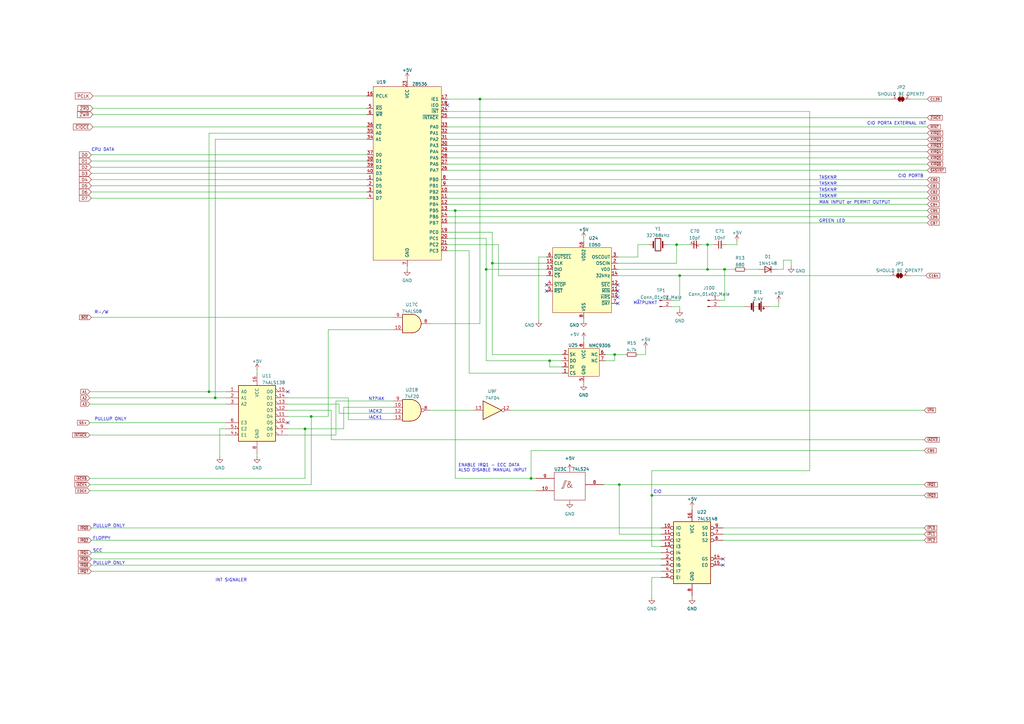
<source format=kicad_sch>
(kicad_sch (version 20211123) (generator eeschema)
  (paper "A3")
  (lib_symbols
    (symbol "74xx:74LS04"
      (property "Reference" "U" (at 0 1.27 0))
      (property "Value" "74LS04" (at 0 -1.27 0))
      (symbol "74LS04_1_0"
        (pin input line (at -7.62 0 0) (length 3.81) (name "~") (number "1"))
        (pin output inverted (at 7.62 0 180) (length 3.81) (name "~") (number "2"))
      )
      (symbol "74LS04_2_0"
        (pin input line (at -7.62 0 0) (length 3.81) (name "~") (number "3"))
        (pin output inverted (at 7.62 0 180) (length 3.81) (name "~") (number "4"))
      )
      (symbol "74LS04_3_0"
        (pin input line (at -7.62 0 0) (length 3.81) (name "~") (number "5"))
        (pin output inverted (at 7.62 0 180) (length 3.81) (name "~") (number "6"))
      )
      (symbol "74LS04_4_0"
        (pin output inverted (at 7.62 0 180) (length 3.81) (name "~") (number "8"))
        (pin input line (at -7.62 0 0) (length 3.81) (name "~") (number "9"))
      )
      (symbol "74LS04_5_0"
        (pin output inverted (at 7.62 0 180) (length 3.81) (name "~") (number "10"))
        (pin input line (at -7.62 0 0) (length 3.81) (name "~") (number "11"))
      )
      (symbol "74LS04_6_0"
        (pin output inverted (at 7.62 0 180) (length 3.81) (name "~") (number "12"))
        (pin input line (at -7.62 0 0) (length 3.81) (name "~") (number "13"))
      )
      (symbol "74LS04_7_0"
        (pin power_in line (at 0 12.7 270) (length 5.08) (name "VCC") (number "14"))
        (pin power_in line (at 0 -12.7 90) (length 5.08) (name "GND") (number "7"))
      )
    )
    (symbol "74xx:74LS08" (pin_names (offset 1.016))
      (property "Reference" "U" (at 0 1.27 0))
      (property "Value" "74LS08" (at 0 -1.27 0))
      (symbol "74LS08_1_1"
        (pin input line (at -7.62 2.54 0) (length 3.81) (name "~") (number "1"))
        (pin input line (at -7.62 -2.54 0) (length 3.81) (name "~") (number "2"))
        (pin output line (at 7.62 0 180) (length 3.81) (name "~") (number "3"))
      )
      (symbol "74LS08_1_2"
        (pin input inverted (at -7.62 2.54 0) (length 4.318) (name "~") (number "1"))
        (pin input inverted (at -7.62 -2.54 0) (length 4.318) (name "~") (number "2"))
        (pin output inverted (at 7.62 0 180) (length 3.81) (name "~") (number "3"))
      )
      (symbol "74LS08_2_1"
        (pin input line (at -7.62 2.54 0) (length 3.81) (name "~") (number "4"))
        (pin input line (at -7.62 -2.54 0) (length 3.81) (name "~") (number "5"))
        (pin output line (at 7.62 0 180) (length 3.81) (name "~") (number "6"))
      )
      (symbol "74LS08_2_2"
        (pin input inverted (at -7.62 2.54 0) (length 4.318) (name "~") (number "4"))
        (pin input inverted (at -7.62 -2.54 0) (length 4.318) (name "~") (number "5"))
        (pin output inverted (at 7.62 0 180) (length 3.81) (name "~") (number "6"))
      )
      (symbol "74LS08_3_1"
        (pin input line (at -7.62 -2.54 0) (length 3.81) (name "~") (number "10"))
        (pin output line (at 7.62 0 180) (length 3.81) (name "~") (number "8"))
        (pin input line (at -7.62 2.54 0) (length 3.81) (name "~") (number "9"))
      )
      (symbol "74LS08_3_2"
        (pin input inverted (at -7.62 -2.54 0) (length 4.318) (name "~") (number "10"))
        (pin output inverted (at 7.62 0 180) (length 3.81) (name "~") (number "8"))
        (pin input inverted (at -7.62 2.54 0) (length 4.318) (name "~") (number "9"))
      )
      (symbol "74LS08_4_1"
        (pin output line (at 7.62 0 180) (length 3.81) (name "~") (number "11"))
        (pin input line (at -7.62 2.54 0) (length 3.81) (name "~") (number "12"))
        (pin input line (at -7.62 -2.54 0) (length 3.81) (name "~") (number "13"))
      )
      (symbol "74LS08_4_2"
        (pin output inverted (at 7.62 0 180) (length 3.81) (name "~") (number "11"))
        (pin input inverted (at -7.62 2.54 0) (length 4.318) (name "~") (number "12"))
        (pin input inverted (at -7.62 -2.54 0) (length 4.318) (name "~") (number "13"))
      )
      (symbol "74LS08_5_0"
        (pin power_in line (at 0 12.7 270) (length 5.08) (name "VCC") (number "14"))
        (pin power_in line (at 0 -12.7 90) (length 5.08) (name "GND") (number "7"))
      )
    )
    (symbol "74xx:74LS138" (pin_names (offset 1.016))
      (property "Reference" "U" (at -7.62 11.43 0))
      (property "Value" "74LS138" (at -7.62 -13.97 0))
      (symbol "74LS138_1_0"
        (pin input line (at -12.7 7.62 0) (length 5.08) (name "A0") (number "1"))
        (pin output output_low (at 12.7 -5.08 180) (length 5.08) (name "O5") (number "10"))
        (pin output output_low (at 12.7 -2.54 180) (length 5.08) (name "O4") (number "11"))
        (pin output output_low (at 12.7 0 180) (length 5.08) (name "O3") (number "12"))
        (pin output output_low (at 12.7 2.54 180) (length 5.08) (name "O2") (number "13"))
        (pin output output_low (at 12.7 5.08 180) (length 5.08) (name "O1") (number "14"))
        (pin output output_low (at 12.7 7.62 180) (length 5.08) (name "O0") (number "15"))
        (pin power_in line (at 0 15.24 270) (length 5.08) (name "VCC") (number "16"))
        (pin input line (at -12.7 5.08 0) (length 5.08) (name "A1") (number "2"))
        (pin input line (at -12.7 2.54 0) (length 5.08) (name "A2") (number "3"))
        (pin input input_low (at -12.7 -10.16 0) (length 5.08) (name "E1") (number "4"))
        (pin input input_low (at -12.7 -7.62 0) (length 5.08) (name "E2") (number "5"))
        (pin input line (at -12.7 -5.08 0) (length 5.08) (name "E3") (number "6"))
        (pin output output_low (at 12.7 -10.16 180) (length 5.08) (name "O7") (number "7"))
        (pin power_in line (at 0 -17.78 90) (length 5.08) (name "GND") (number "8"))
        (pin output output_low (at 12.7 -7.62 180) (length 5.08) (name "O6") (number "9"))
      )
    )
    (symbol "74xx:74LS148" (pin_names (offset 1.016))
      (property "Reference" "U" (at -7.62 13.97 0))
      (property "Value" "74LS148" (at -7.62 -13.97 0))
      (symbol "74LS148_1_0"
        (pin input inverted (at -12.7 0 0) (length 5.08) (name "I4") (number "1"))
        (pin input inverted (at -12.7 10.16 0) (length 5.08) (name "IO") (number "10"))
        (pin input inverted (at -12.7 7.62 0) (length 5.08) (name "I1") (number "11"))
        (pin input inverted (at -12.7 5.08 0) (length 5.08) (name "I2") (number "12"))
        (pin input inverted (at -12.7 2.54 0) (length 5.08) (name "I3") (number "13"))
        (pin output inverted (at 12.7 -2.54 180) (length 5.08) (name "GS") (number "14"))
        (pin output inverted (at 12.7 -5.08 180) (length 5.08) (name "EO") (number "15"))
        (pin power_in line (at 0 17.78 270) (length 5.08) (name "VCC") (number "16"))
        (pin input inverted (at -12.7 -2.54 0) (length 5.08) (name "I5") (number "2"))
        (pin input inverted (at -12.7 -5.08 0) (length 5.08) (name "I6") (number "3"))
        (pin input inverted (at -12.7 -7.62 0) (length 5.08) (name "I7") (number "4"))
        (pin input inverted (at -12.7 -10.16 0) (length 5.08) (name "EI") (number "5"))
        (pin output inverted (at 12.7 5.08 180) (length 5.08) (name "S2") (number "6"))
        (pin output inverted (at 12.7 7.62 180) (length 5.08) (name "S1") (number "7"))
        (pin power_in line (at 0 -17.78 90) (length 5.08) (name "GND") (number "8"))
        (pin output inverted (at 12.7 10.16 180) (length 5.08) (name "S0") (number "9"))
      )
    )
    (symbol "74xx:74LS20" (pin_names (offset 1.016))
      (property "Reference" "U" (at 0 1.27 0))
      (property "Value" "74LS20" (at 0 -1.27 0))
      (symbol "74LS20_1_1"
        (pin input line (at -7.62 3.81 0) (length 3.81) (name "~") (number "1"))
        (pin input line (at -7.62 1.27 0) (length 3.81) (name "~") (number "2"))
        (pin input line (at -7.62 -1.27 0) (length 3.81) (name "~") (number "4"))
        (pin input line (at -7.62 -3.81 0) (length 3.81) (name "~") (number "5"))
        (pin output inverted (at 7.62 0 180) (length 3.81) (name "~") (number "6"))
      )
      (symbol "74LS20_1_2"
        (pin input inverted (at -7.62 3.81 0) (length 3.81) (name "~") (number "1"))
        (pin input inverted (at -7.62 1.27 0) (length 4.826) (name "~") (number "2"))
        (pin input inverted (at -7.62 -1.27 0) (length 4.826) (name "~") (number "4"))
        (pin input inverted (at -7.62 -3.81 0) (length 3.81) (name "~") (number "5"))
        (pin output line (at 7.62 0 180) (length 3.81) (name "~") (number "6"))
      )
      (symbol "74LS20_2_1"
        (pin input line (at -7.62 1.27 0) (length 3.81) (name "~") (number "10"))
        (pin input line (at -7.62 -1.27 0) (length 3.81) (name "~") (number "12"))
        (pin input line (at -7.62 -3.81 0) (length 3.81) (name "~") (number "13"))
        (pin output inverted (at 7.62 0 180) (length 3.81) (name "~") (number "8"))
        (pin input line (at -7.62 3.81 0) (length 3.81) (name "~") (number "9"))
      )
      (symbol "74LS20_2_2"
        (pin input inverted (at -7.62 1.27 0) (length 4.826) (name "~") (number "10"))
        (pin input inverted (at -7.62 -1.27 0) (length 4.826) (name "~") (number "12"))
        (pin input inverted (at -7.62 -3.81 0) (length 3.81) (name "~") (number "13"))
        (pin output line (at 7.62 0 180) (length 3.81) (name "~") (number "8"))
        (pin input inverted (at -7.62 3.81 0) (length 3.81) (name "~") (number "9"))
      )
      (symbol "74LS20_3_0"
        (pin power_in line (at 0 12.7 270) (length 5.08) (name "VCC") (number "14"))
        (pin power_in line (at 0 -12.7 90) (length 5.08) (name "GND") (number "7"))
      )
    )
    (symbol "74xx_IEEE:74LS24" (pin_names (offset 0.762))
      (property "Reference" "U" (at 2.54 6.35 0))
      (property "Value" "74LS24" (at 5.08 -8.89 0))
      (symbol "74LS24_0_1"
        (text "&" (at 0 0 0) (effects (font (size 2.54 2.54))))
        (pin power_in line (at 0 5.08 270) (length 0) hide (name "Vcc") (number "14"))
        (pin power_in line (at 0 -6.35 90) (length 0) hide (name "Gnd") (number "7"))
      )
      (symbol "74LS24_1_1"
        (pin input line (at -13.97 2.54 0) (length 7.62) (name "~") (number "1"))
        (pin input line (at -13.97 -2.54 0) (length 7.62) (name "~") (number "2"))
        (pin output line (at 13.97 0 180) (length 7.62) (name "~") (number "3"))
      )
      (symbol "74LS24_2_1"
        (pin input line (at -13.97 2.54 0) (length 7.62) (name "~") (number "4"))
        (pin input line (at -13.97 -2.54 0) (length 7.62) (name "~") (number "5"))
        (pin output line (at 13.97 0 180) (length 7.62) (name "~") (number "6"))
      )
      (symbol "74LS24_3_1"
        (pin input line (at -13.97 -2.54 0) (length 7.62) (name "~") (number "10"))
        (pin output line (at 13.97 0 180) (length 7.62) (name "~") (number "8"))
        (pin input line (at -13.97 2.54 0) (length 7.62) (name "~") (number "9"))
      )
      (symbol "74LS24_4_1"
        (pin output line (at 13.97 0 180) (length 7.62) (name "~") (number "11"))
        (pin input line (at -13.97 2.54 0) (length 7.62) (name "~") (number "12"))
        (pin input line (at -13.97 -2.54 0) (length 7.62) (name "~") (number "13"))
      )
    )
    (symbol "Connector:Conn_01x02_Male" (pin_names (offset 1.016) hide)
      (property "Reference" "J" (at 0 2.54 0))
      (property "Value" "Conn_01x02_Male" (at 0 -5.08 0))
      (symbol "Conn_01x02_Male_1_1"
        (pin passive line (at 5.08 0 180) (length 3.81) (name "Pin_1") (number "1"))
        (pin passive line (at 5.08 -2.54 180) (length 3.81) (name "Pin_2") (number "2"))
      )
    )
    (symbol "Device:Battery" (pin_numbers hide) (pin_names (offset 0) hide)
      (property "Reference" "BT" (at 2.54 2.54 0))
      (property "Value" "Battery" (at 2.54 0 0))
      (symbol "Battery_1_1"
        (pin passive line (at 0 5.08 270) (length 2.54) (name "+") (number "1"))
        (pin passive line (at 0 -5.08 90) (length 2.54) (name "-") (number "2"))
      )
    )
    (symbol "Device:C_Small" (pin_numbers hide) (pin_names (offset 0.254) hide)
      (property "Reference" "C" (at 0.254 1.778 0))
      (property "Value" "C_Small" (at 0.254 -2.032 0))
      (symbol "C_Small_1_1"
        (pin passive line (at 0 2.54 270) (length 2.032) (name "~") (number "1"))
        (pin passive line (at 0 -2.54 90) (length 2.032) (name "~") (number "2"))
      )
    )
    (symbol "Device:C_Trim_Small" (pin_numbers hide) (pin_names (offset 0.254) hide)
      (property "Reference" "C" (at 1.524 -2.032 0))
      (property "Value" "C_Trim_Small" (at 3.048 -3.556 0))
      (symbol "C_Trim_Small_1_1"
        (pin passive line (at 0 2.54 270) (length 2.032) (name "~") (number "1"))
        (pin passive line (at 0 -2.54 90) (length 2.032) (name "~") (number "2"))
      )
    )
    (symbol "Device:Crystal" (pin_numbers hide) (pin_names (offset 1.016) hide)
      (property "Reference" "Y" (at 0 3.81 0))
      (property "Value" "Crystal" (at 0 -3.81 0))
      (symbol "Crystal_1_1"
        (pin passive line (at -3.81 0 0) (length 1.27) (name "1") (number "1"))
        (pin passive line (at 3.81 0 180) (length 1.27) (name "2") (number "2"))
      )
    )
    (symbol "Device:D" (pin_numbers hide) (pin_names (offset 1.016) hide)
      (property "Reference" "D" (at 0 2.54 0))
      (property "Value" "D" (at 0 -2.54 0))
      (symbol "D_1_1"
        (pin passive line (at -3.81 0 0) (length 2.54) (name "K") (number "1"))
        (pin passive line (at 3.81 0 180) (length 2.54) (name "A") (number "2"))
      )
    )
    (symbol "Device:R_Small" (pin_numbers hide) (pin_names (offset 0.254) hide)
      (property "Reference" "R" (at 0.762 0.508 0))
      (property "Value" "R_Small" (at 0.762 -1.016 0))
      (symbol "R_Small_1_1"
        (pin passive line (at 0 2.54 270) (length 0.762) (name "~") (number "1"))
        (pin passive line (at 0 -2.54 90) (length 0.762) (name "~") (number "2"))
      )
    )
    (symbol "Jumper:SolderJumper_2_Bridged" (pin_names (offset 0) hide)
      (property "Reference" "JP" (at 0 2.032 0))
      (property "Value" "SolderJumper_2_Bridged" (at 0 -2.54 0))
      (symbol "SolderJumper_2_Bridged_1_1"
        (pin passive line (at -3.81 0 0) (length 2.54) (name "A") (number "1"))
        (pin passive line (at 3.81 0 180) (length 2.54) (name "B") (number "2"))
      )
    )
    (symbol "power:+5V" (power) (pin_names (offset 0))
      (property "Value" "+5V" (at 0 3.556 0))
      (symbol "+5V_1_1"
        (pin power_in line (at 0 0 90) (length 0) hide (name "+5V") (number "1"))
      )
    )
    (symbol "power:GND" (power) (pin_names (offset 0))
      (property "Value" "GND" (at 0 -3.81 0))
      (symbol "GND_1_1"
        (pin power_in line (at 0 0 270) (length 0) hide (name "GND") (number "1"))
      )
    )
    (symbol "x37:E050"
      (property "Reference" "U" (at -11.43 16.51 0))
      (property "Value" "E050" (at 8.89 16.51 0))
      (symbol "E050_0_0"
        (pin tri_state line (at 13.97 5.08 180) (length 2.54) (name "VDD") (number "1"))
        (pin bidirectional line (at 13.97 -6.35 180) (length 2.54) (name "~{HRS}") (number "10"))
        (pin bidirectional line (at 13.97 -3.81 180) (length 2.54) (name "~{MIN}") (number "11"))
        (pin bidirectional line (at 13.97 -1.27 180) (length 2.54) (name "~{SEC}") (number "12"))
        (pin bidirectional line (at -15.24 5.08 0) (length 2.54) (name "DIO") (number "13"))
        (pin output line (at 13.97 2.54 180) (length 2.54) (name "32kHz") (number "14"))
        (pin output line (at -15.24 7.62 0) (length 2.54) (name "CLK") (number "15"))
        (pin power_in line (at 0 16.51 270) (length 2.54) (name "VDD2") (number "16"))
        (pin input line (at 13.97 7.62 180) (length 2.54) (name "OSCIN") (number "2"))
        (pin output line (at 13.97 10.16 180) (length 2.54) (name "OSCOUT") (number "3"))
        (pin input line (at -15.24 -1.27 0) (length 2.54) (name "~{STOP}") (number "4"))
        (pin input line (at -15.24 -3.81 0) (length 2.54) (name "~{RST}") (number "5"))
        (pin input line (at -15.24 10.16 0) (length 2.54) (name "~{OUTSEL}") (number "6"))
        (pin bidirectional line (at 13.97 -8.89 180) (length 2.54) (name "~{DAY}") (number "7"))
        (pin power_in line (at 0 -15.24 90) (length 2.54) (name "VSS") (number "8"))
        (pin bidirectional line (at -15.24 2.54 0) (length 2.54) (name "~{CS}") (number "9"))
      )
    )
    (symbol "x37:NMC9306"
      (property "Reference" "U" (at -6.35 8.89 0))
      (property "Value" "NMC9306" (at 6.35 7.62 0))
      (symbol "NMC9306_0_0"
        (pin input line (at -8.89 -3.81 0) (length 2.54) (name "CS") (number "1"))
        (pin input line (at -8.89 3.81 0) (length 2.54) (name "SK") (number "2"))
        (pin input line (at -8.89 -1.27 0) (length 2.54) (name "DI") (number "3"))
        (pin output line (at -8.89 1.27 0) (length 2.54) (name "DO") (number "4"))
        (pin power_in line (at 0 -7.62 90) (length 2.54) (name "GND") (number "5"))
        (pin input line (at 8.89 3.81 180) (length 2.54) (name "NC") (number "6"))
        (pin input line (at 8.89 1.27 180) (length 2.54) (name "NC") (number "7"))
        (pin power_in line (at 0 8.89 270) (length 2.54) (name "VCC") (number "8"))
      )
    )
    (symbol "x37:Z8536" (pin_names (offset 1.016))
      (property "Reference" "U" (at 10.795 35.56 0))
      (property "Value" "Z8536" (at -12.7 35.56 0))
      (symbol "Z8536_0_0"
        (pin bidirectional line (at -16.51 -3.81 0) (length 2.54) (name "D4") (number "1"))
        (pin bidirectional line (at 16.51 -8.89 180) (length 2.54) (name "PB2") (number "10"))
        (pin bidirectional line (at 16.51 -13.97 180) (length 2.54) (name "PB4") (number "12"))
        (pin bidirectional line (at 16.51 -16.51 180) (length 2.54) (name "PB5") (number "13"))
        (pin bidirectional line (at 16.51 -19.05 180) (length 2.54) (name "PB6") (number "14"))
        (pin bidirectional line (at 16.51 -21.59 180) (length 2.54) (name "PB7") (number "15"))
        (pin bidirectional line (at -16.51 30.48 0) (length 2.54) (name "PCLK") (number "16"))
        (pin bidirectional line (at 16.51 29.21 180) (length 2.54) (name "IE1") (number "17"))
        (pin bidirectional line (at 16.51 26.67 180) (length 2.54) (name "IEO") (number "18"))
        (pin bidirectional line (at 16.51 -25.4 180) (length 2.54) (name "PC0") (number "19"))
        (pin bidirectional line (at -16.51 -6.35 0) (length 2.54) (name "D5") (number "2"))
        (pin bidirectional line (at 16.51 -27.94 180) (length 2.54) (name "PC1") (number "20"))
        (pin bidirectional line (at 16.51 -30.48 180) (length 2.54) (name "PC2") (number "21"))
        (pin bidirectional line (at 16.51 -33.02 180) (length 2.54) (name "PC3") (number "22"))
        (pin power_in line (at 0 36.83 270) (length 2.54) (name "VCC") (number "23"))
        (pin bidirectional line (at 16.51 24.13 180) (length 2.54) (name "~{INT}") (number "24"))
        (pin bidirectional line (at 16.51 21.59 180) (length 2.54) (name "~{INTACK}") (number "25"))
        (pin bidirectional line (at 16.51 0 180) (length 2.54) (name "PA7") (number "26"))
        (pin bidirectional line (at 16.51 2.54 180) (length 2.54) (name "PA6") (number "27"))
        (pin bidirectional line (at 16.51 5.08 180) (length 2.54) (name "PA5") (number "28"))
        (pin bidirectional line (at 16.51 7.62 180) (length 2.54) (name "PA4") (number "29"))
        (pin bidirectional line (at -16.51 -8.89 0) (length 2.54) (name "D6") (number "3"))
        (pin bidirectional line (at 16.51 10.16 180) (length 2.54) (name "PA3") (number "30"))
        (pin bidirectional line (at 16.51 12.7 180) (length 2.54) (name "PA2") (number "31"))
        (pin bidirectional line (at 16.51 15.24 180) (length 2.54) (name "PA1") (number "32"))
        (pin bidirectional line (at 16.51 17.78 180) (length 2.54) (name "PA0") (number "33"))
        (pin bidirectional line (at -16.51 12.7 0) (length 2.54) (name "A1") (number "34"))
        (pin bidirectional line (at -16.51 15.24 0) (length 2.54) (name "A0") (number "35"))
        (pin bidirectional line (at -16.51 17.78 0) (length 2.54) (name "~{CE}") (number "36"))
        (pin bidirectional line (at -16.51 6.35 0) (length 2.54) (name "D0") (number "37"))
        (pin bidirectional line (at -16.51 3.81 0) (length 2.54) (name "D1") (number "38"))
        (pin bidirectional line (at -16.51 1.27 0) (length 2.54) (name "D2") (number "39"))
        (pin bidirectional line (at -16.51 -11.43 0) (length 2.54) (name "D7") (number "4"))
        (pin bidirectional line (at -16.51 -1.27 0) (length 2.54) (name "D3") (number "40"))
        (pin bidirectional line (at -16.51 25.4 0) (length 2.54) (name "~{RD}") (number "5"))
        (pin bidirectional line (at -16.51 22.86 0) (length 2.54) (name "~{WR}") (number "6"))
        (pin power_in line (at 0 -39.37 90) (length 2.54) (name "GND") (number "7"))
        (pin bidirectional line (at 16.51 -3.81 180) (length 2.54) (name "PB0") (number "8"))
        (pin bidirectional line (at 16.51 -6.35 180) (length 2.54) (name "PB1") (number "9"))
      )
      (symbol "Z8536_1_1"
        (pin bidirectional line (at 16.51 -11.43 180) (length 2.54) (name "PB3") (number "11"))
      )
    )
  )
  (junction (at 85.725 160.655))
  (junction (at 199.39 110.49))
  (junction (at 290.195 110.49))
  (junction (at 88.265 163.195))
  (junction (at 252.095 145.415))
  (junction (at 127.635 170.815))
  (junction (at 254 198.755))
  (junction (at 186.69 86.36))
  (junction (at 290.195 100.33))
  (junction (at 297.18 110.49))
  (junction (at 217.805 196.215))
  (junction (at 278.765 113.03))
  (junction (at 267.335 203.2))
  (junction (at 196.85 40.64))
  (junction (at 125.095 175.895))
  (junction (at 277.495 100.33))
  (junction (at 201.93 107.95))
  (junction (at 225.425 147.955))
  (no_connect (at 253.365 121.92))
  (no_connect (at 224.155 119.38))
  (no_connect (at 253.365 116.84))
  (no_connect (at 296.545 231.775))
  (no_connect (at 253.365 124.46))
  (no_connect (at 183.515 43.18))
  (no_connect (at 224.155 116.84))
  (no_connect (at 253.365 119.38))
  (no_connect (at 118.11 173.355))
  (no_connect (at 296.545 229.235))
  (no_connect (at 118.11 160.655))
  (wire (pts (xy 118.11 168.275) (xy 135.89 168.275)))
  (wire (pts (xy 253.365 113.03) (xy 278.765 113.03)))
  (wire (pts (xy 37.465 226.695) (xy 271.145 226.695)))
  (wire (pts (xy 183.515 59.69) (xy 380.365 59.69)))
  (wire (pts (xy 277.495 100.33) (xy 282.575 100.33)))
  (wire (pts (xy 105.41 186.055) (xy 105.41 187.325)))
  (wire (pts (xy 373.38 40.64) (xy 380.365 40.64)))
  (wire (pts (xy 273.685 100.33) (xy 277.495 100.33)))
  (wire (pts (xy 142.875 172.085) (xy 161.29 172.085)))
  (wire (pts (xy 137.795 164.465) (xy 161.29 164.465)))
  (wire (pts (xy 125.095 175.895) (xy 140.97 175.895)))
  (wire (pts (xy 239.395 130.81) (xy 239.395 131.445)))
  (wire (pts (xy 267.335 245.11) (xy 267.335 236.855)))
  (wire (pts (xy 38.1 39.37) (xy 150.495 39.37)))
  (wire (pts (xy 261.62 105.41) (xy 261.62 100.33)))
  (wire (pts (xy 37.465 130.175) (xy 161.29 130.175)))
  (wire (pts (xy 321.31 106.68) (xy 324.485 106.68)))
  (wire (pts (xy 306.07 110.49) (xy 311.15 110.49)))
  (wire (pts (xy 183.515 73.66) (xy 380.365 73.66)))
  (wire (pts (xy 38.1 44.45) (xy 150.495 44.45)))
  (wire (pts (xy 297.18 123.19) (xy 295.275 123.19)))
  (wire (pts (xy 217.805 196.215) (xy 219.71 196.215)))
  (wire (pts (xy 248.285 145.415) (xy 252.095 145.415)))
  (wire (pts (xy 283.845 244.475) (xy 283.845 245.11)))
  (wire (pts (xy 183.515 100.33) (xy 204.47 100.33)))
  (wire (pts (xy 127.635 198.755) (xy 127.635 170.815)))
  (wire (pts (xy 125.095 175.895) (xy 118.11 175.895)))
  (wire (pts (xy 183.515 64.77) (xy 380.365 64.77)))
  (wire (pts (xy 150.495 57.15) (xy 88.265 57.15)))
  (wire (pts (xy 183.515 54.61) (xy 380.365 54.61)))
  (wire (pts (xy 36.83 198.755) (xy 127.635 198.755)))
  (wire (pts (xy 321.31 110.49) (xy 321.31 106.68)))
  (wire (pts (xy 183.515 86.36) (xy 186.69 86.36)))
  (wire (pts (xy 183.515 62.23) (xy 380.365 62.23)))
  (wire (pts (xy 36.83 165.735) (xy 92.71 165.735)))
  (wire (pts (xy 183.515 97.79) (xy 199.39 97.79)))
  (wire (pts (xy 267.335 236.855) (xy 271.145 236.855)))
  (wire (pts (xy 37.465 63.5) (xy 150.495 63.5)))
  (wire (pts (xy 297.18 110.49) (xy 300.99 110.49)))
  (wire (pts (xy 278.765 113.03) (xy 278.765 123.19)))
  (wire (pts (xy 252.095 145.415) (xy 256.54 145.415)))
  (wire (pts (xy 183.515 78.74) (xy 380.365 78.74)))
  (wire (pts (xy 254 198.755) (xy 379.095 198.755)))
  (wire (pts (xy 296.545 216.535) (xy 379.095 216.535)))
  (wire (pts (xy 379.095 184.785) (xy 217.805 184.785)))
  (wire (pts (xy 142.875 163.195) (xy 142.875 172.085)))
  (wire (pts (xy 118.11 163.195) (xy 142.875 163.195)))
  (wire (pts (xy 183.515 48.26) (xy 380.365 48.26)))
  (wire (pts (xy 38.1 52.07) (xy 150.495 52.07)))
  (wire (pts (xy 37.465 231.775) (xy 271.145 231.775)))
  (wire (pts (xy 297.815 100.33) (xy 302.26 100.33)))
  (wire (pts (xy 125.095 196.215) (xy 125.095 175.895)))
  (wire (pts (xy 88.265 163.195) (xy 92.71 163.195)))
  (wire (pts (xy 332.105 45.72) (xy 332.105 193.04)))
  (wire (pts (xy 183.515 81.28) (xy 380.365 81.28)))
  (wire (pts (xy 183.515 88.9) (xy 380.365 88.9)))
  (wire (pts (xy 192.405 102.87) (xy 192.405 153.035)))
  (wire (pts (xy 319.405 125.73) (xy 319.405 123.825)))
  (wire (pts (xy 225.425 147.955) (xy 230.505 147.955)))
  (wire (pts (xy 315.595 125.73) (xy 319.405 125.73)))
  (wire (pts (xy 271.145 224.155) (xy 267.335 224.155)))
  (wire (pts (xy 37.465 78.74) (xy 150.495 78.74)))
  (wire (pts (xy 186.69 196.215) (xy 217.805 196.215)))
  (wire (pts (xy 183.515 67.31) (xy 380.365 67.31)))
  (wire (pts (xy 135.89 168.275) (xy 135.89 180.34)))
  (wire (pts (xy 275.59 125.73) (xy 278.765 125.73)))
  (wire (pts (xy 85.725 160.655) (xy 92.71 160.655)))
  (wire (pts (xy 372.745 113.03) (xy 379.73 113.03)))
  (wire (pts (xy 176.53 168.275) (xy 194.31 168.275)))
  (wire (pts (xy 37.465 71.12) (xy 150.495 71.12)))
  (wire (pts (xy 36.83 201.295) (xy 219.71 201.295)))
  (wire (pts (xy 167.005 32.385) (xy 167.005 33.02)))
  (wire (pts (xy 183.515 69.85) (xy 380.365 69.85)))
  (wire (pts (xy 196.85 40.64) (xy 365.76 40.64)))
  (wire (pts (xy 127.635 170.815) (xy 134.62 170.815)))
  (wire (pts (xy 183.515 40.64) (xy 196.85 40.64)))
  (wire (pts (xy 201.93 145.415) (xy 230.505 145.415)))
  (wire (pts (xy 36.83 173.355) (xy 92.71 173.355)))
  (wire (pts (xy 37.465 216.535) (xy 271.145 216.535)))
  (wire (pts (xy 37.465 76.2) (xy 150.495 76.2)))
  (wire (pts (xy 88.265 57.15) (xy 88.265 163.195)))
  (wire (pts (xy 140.97 167.005) (xy 161.29 167.005)))
  (wire (pts (xy 85.725 54.61) (xy 150.495 54.61)))
  (wire (pts (xy 183.515 102.87) (xy 192.405 102.87)))
  (wire (pts (xy 167.005 109.22) (xy 167.005 110.49)))
  (wire (pts (xy 90.17 175.895) (xy 92.71 175.895)))
  (wire (pts (xy 37.465 221.615) (xy 271.145 221.615)))
  (wire (pts (xy 253.365 110.49) (xy 290.195 110.49)))
  (wire (pts (xy 254 219.075) (xy 271.145 219.075)))
  (wire (pts (xy 183.515 83.82) (xy 380.365 83.82)))
  (wire (pts (xy 85.725 160.655) (xy 85.725 54.61)))
  (wire (pts (xy 196.85 132.715) (xy 176.53 132.715)))
  (wire (pts (xy 297.18 110.49) (xy 297.18 123.19)))
  (wire (pts (xy 217.805 184.785) (xy 217.805 196.215)))
  (wire (pts (xy 183.515 45.72) (xy 332.105 45.72)))
  (wire (pts (xy 264.795 142.875) (xy 264.795 145.415)))
  (wire (pts (xy 267.335 193.04) (xy 332.105 193.04)))
  (wire (pts (xy 36.83 196.215) (xy 125.095 196.215)))
  (wire (pts (xy 183.515 95.25) (xy 201.93 95.25)))
  (wire (pts (xy 139.065 165.735) (xy 118.11 165.735)))
  (wire (pts (xy 135.89 180.34) (xy 379.095 180.34)))
  (wire (pts (xy 201.93 95.25) (xy 201.93 107.95)))
  (wire (pts (xy 277.495 107.95) (xy 277.495 100.33)))
  (wire (pts (xy 139.065 169.545) (xy 139.065 165.735)))
  (wire (pts (xy 278.765 113.03) (xy 365.125 113.03)))
  (wire (pts (xy 267.335 224.155) (xy 267.335 203.2)))
  (wire (pts (xy 36.83 178.435) (xy 92.71 178.435)))
  (wire (pts (xy 252.095 147.955) (xy 252.095 145.415)))
  (wire (pts (xy 261.62 100.33) (xy 266.065 100.33)))
  (wire (pts (xy 201.93 107.95) (xy 224.155 107.95)))
  (wire (pts (xy 239.395 139.065) (xy 239.395 140.335)))
  (wire (pts (xy 37.465 66.04) (xy 150.495 66.04)))
  (wire (pts (xy 209.55 168.275) (xy 379.095 168.275)))
  (wire (pts (xy 196.85 40.64) (xy 196.85 132.715)))
  (wire (pts (xy 105.41 151.765) (xy 105.41 153.035)))
  (wire (pts (xy 318.77 110.49) (xy 321.31 110.49)))
  (wire (pts (xy 220.98 105.41) (xy 224.155 105.41)))
  (wire (pts (xy 204.47 113.03) (xy 224.155 113.03)))
  (wire (pts (xy 37.465 81.28) (xy 150.495 81.28)))
  (wire (pts (xy 134.62 135.255) (xy 161.29 135.255)))
  (wire (pts (xy 137.795 178.435) (xy 137.795 164.465)))
  (wire (pts (xy 199.39 110.49) (xy 199.39 147.955)))
  (wire (pts (xy 267.335 203.2) (xy 267.335 193.04)))
  (wire (pts (xy 183.515 76.2) (xy 380.365 76.2)))
  (wire (pts (xy 302.26 100.33) (xy 302.26 99.06)))
  (wire (pts (xy 248.285 147.955) (xy 252.095 147.955)))
  (wire (pts (xy 192.405 153.035) (xy 230.505 153.035)))
  (wire (pts (xy 239.395 97.79) (xy 239.395 99.06)))
  (wire (pts (xy 225.425 150.495) (xy 230.505 150.495)))
  (wire (pts (xy 36.83 163.195) (xy 88.265 163.195)))
  (wire (pts (xy 37.465 234.315) (xy 271.145 234.315)))
  (wire (pts (xy 118.11 170.815) (xy 127.635 170.815)))
  (wire (pts (xy 254 198.755) (xy 254 219.075)))
  (wire (pts (xy 199.39 97.79) (xy 199.39 110.49)))
  (wire (pts (xy 233.68 205.105) (xy 233.68 205.74)))
  (wire (pts (xy 283.845 208.28) (xy 283.845 208.915)))
  (wire (pts (xy 278.765 123.19) (xy 275.59 123.19)))
  (wire (pts (xy 220.98 131.445) (xy 220.98 105.41)))
  (wire (pts (xy 139.065 169.545) (xy 161.29 169.545)))
  (wire (pts (xy 183.515 91.44) (xy 380.365 91.44)))
  (wire (pts (xy 295.275 125.73) (xy 305.435 125.73)))
  (wire (pts (xy 290.195 110.49) (xy 290.195 100.33)))
  (wire (pts (xy 201.93 107.95) (xy 201.93 145.415)))
  (wire (pts (xy 199.39 147.955) (xy 225.425 147.955)))
  (wire (pts (xy 140.97 175.895) (xy 140.97 167.005)))
  (wire (pts (xy 150.495 73.66) (xy 37.465 73.66)))
  (wire (pts (xy 186.69 86.36) (xy 380.365 86.36)))
  (wire (pts (xy 90.17 175.895) (xy 90.17 187.325)))
  (wire (pts (xy 278.765 125.73) (xy 278.765 127)))
  (wire (pts (xy 290.195 100.33) (xy 292.735 100.33)))
  (wire (pts (xy 253.365 105.41) (xy 261.62 105.41)))
  (wire (pts (xy 233.68 193.04) (xy 233.68 193.675)))
  (wire (pts (xy 199.39 110.49) (xy 224.155 110.49)))
  (wire (pts (xy 38.1 46.99) (xy 150.495 46.99)))
  (wire (pts (xy 296.545 219.075) (xy 379.095 219.075)))
  (wire (pts (xy 118.11 178.435) (xy 137.795 178.435)))
  (wire (pts (xy 324.485 106.68) (xy 324.485 109.22)))
  (wire (pts (xy 261.62 145.415) (xy 264.795 145.415)))
  (wire (pts (xy 225.425 147.955) (xy 225.425 150.495)))
  (wire (pts (xy 134.62 170.815) (xy 134.62 135.255)))
  (wire (pts (xy 290.195 110.49) (xy 297.18 110.49)))
  (wire (pts (xy 183.515 52.07) (xy 380.365 52.07)))
  (wire (pts (xy 183.515 57.15) (xy 380.365 57.15)))
  (wire (pts (xy 287.655 100.33) (xy 290.195 100.33)))
  (wire (pts (xy 247.65 198.755) (xy 254 198.755)))
  (wire (pts (xy 204.47 100.33) (xy 204.47 113.03)))
  (wire (pts (xy 37.465 68.58) (xy 150.495 68.58)))
  (wire (pts (xy 253.365 107.95) (xy 277.495 107.95)))
  (wire (pts (xy 267.335 203.2) (xy 379.095 203.2)))
  (wire (pts (xy 36.83 160.655) (xy 85.725 160.655)))
  (wire (pts (xy 296.545 221.615) (xy 379.095 221.615)))
  (wire (pts (xy 186.69 86.36) (xy 186.69 196.215)))
  (wire (pts (xy 239.395 156.845) (xy 239.395 157.48)))
  (wire (pts (xy 37.465 229.235) (xy 271.145 229.235)))
  (text "MÄTPUNKT" (at 259.715 125.095 0) (effects (font (size 1.27 1.27)) (justify left bottom)))
  (text "INT SIGNALER" (at 88.265 238.76 0) (effects (font (size 1.27 1.27)) (justify left bottom)))
  (text "ENABLE IRQ1 - ECC DATA\nALSO DISABLE MANUAL INPUT" (at 187.96 193.675 0) (effects (font (size 1.27 1.27)) (justify left bottom)))
  (text "TASKNR" (at 335.915 78.74 0) (effects (font (size 1.27 1.27)) (justify left bottom)))
  (text "IACK2" (at 151.13 169.545 0) (effects (font (size 1.27 1.27)) (justify left bottom)))
  (text "CIO PORTA EXTERNAL INT" (at 355.6 51.435 0) (effects (font (size 1.27 1.27)) (justify left bottom)))
  (text "FLOPPY" (at 38.1 221.615 0) (effects (font (size 1.27 1.27)) (justify left bottom)))
  (text "GREEN LED" (at 335.915 91.44 0) (effects (font (size 1.27 1.27)) (justify left bottom)))
  (text "R-/W" (at 38.735 128.905 0) (effects (font (size 1.27 1.27)) (justify left bottom)))
  (text "PULLUP ONLY" (at 38.735 172.72 0) (effects (font (size 1.27 1.27)) (justify left bottom)))
  (text "SCC" (at 38.1 226.695 0) (effects (font (size 1.27 1.27)) (justify left bottom)))
  (text "CIO" (at 267.97 202.565 0) (effects (font (size 1.27 1.27)) (justify left bottom)))
  (text "PULLUP ONLY" (at 38.1 231.775 0) (effects (font (size 1.27 1.27)) (justify left bottom)))
  (text "TASKNR" (at 335.915 73.66 0) (effects (font (size 1.27 1.27)) (justify left bottom)))
  (text "MAN INPUT or PERMIT OUTPUT" (at 335.915 83.82 0) (effects (font (size 1.27 1.27)) (justify left bottom)))
  (text "TASKNR" (at 335.915 76.2 0) (effects (font (size 1.27 1.27)) (justify left bottom)))
  (text "TASKNR" (at 335.915 81.28 0) (effects (font (size 1.27 1.27)) (justify left bottom)))
  (text "CPU DATA\n" (at 37.465 62.23 0) (effects (font (size 1.27 1.27)) (justify left bottom)))
  (text "PULLUP ONLY" (at 38.1 216.535 0) (effects (font (size 1.27 1.27)) (justify left bottom)))
  (text "CIO PORTB" (at 368.3 73.025 0) (effects (font (size 1.27 1.27)) (justify left bottom)))
  (text "N??IAK" (at 151.13 164.465 0) (effects (font (size 1.27 1.27)) (justify left bottom)))
  (text "IACK1" (at 151.13 172.085 0) (effects (font (size 1.27 1.27)) (justify left bottom)))
  (global_label "D7" (shape input) (at 37.465 81.28 180) (property "Intersheet References" "${INTERSHEET_REFS}" (effects hide)))
  (global_label "~{ZIACK}" (shape input) (at 380.365 48.26 0) (effects (font (size 1 1))) (property "Intersheet References" "${INTERSHEET_REFS}" (effects hide)))
  (global_label "~{VPA}" (shape input) (at 379.095 168.275 0) (effects (font (size 1 1))) (property "Intersheet References" "${INTERSHEET_REFS}" (effects hide)))
  (global_label "~{MINT}" (shape input) (at 380.365 52.07 0) (effects (font (size 1 1))) (property "Intersheet References" "${INTERSHEET_REFS}" (effects hide)))
  (global_label "~{ZWR}" (shape input) (at 38.1 46.99 180) (property "Intersheet References" "${INTERSHEET_REFS}" (effects hide)))
  (global_label "~{IRQ0}" (shape input) (at 37.465 216.535 180) (effects (font (size 1 1))) (property "Intersheet References" "${INTERSHEET_REFS}" (effects hide)))
  (global_label "C139" (shape input) (at 380.365 40.64 0) (effects (font (size 1 1))) (property "Intersheet References" "${INTERSHEET_REFS}" (effects hide)))
  (global_label "~{IACK3}" (shape input) (at 379.095 180.34 0) (effects (font (size 1 1))) (property "Intersheet References" "${INTERSHEET_REFS}" (effects hide)))
  (global_label "~{SASIINT}" (shape input) (at 380.365 69.85 0) (effects (font (size 1 1))) (property "Intersheet References" "${INTERSHEET_REFS}" (effects hide)))
  (global_label "D0" (shape input) (at 37.465 63.5 180) (property "Intersheet References" "${INTERSHEET_REFS}" (effects hide)))
  (global_label "D5" (shape input) (at 37.465 76.2 180) (property "Intersheet References" "${INTERSHEET_REFS}" (effects hide)))
  (global_label "CB0" (shape input) (at 380.365 73.66 0) (effects (font (size 1 1))) (property "Intersheet References" "${INTERSHEET_REFS}" (effects hide)))
  (global_label "EDCK" (shape input) (at 36.83 201.295 180) (effects (font (size 1 1))) (property "Intersheet References" "${INTERSHEET_REFS}" (effects hide)))
  (global_label "A2" (shape input) (at 36.83 163.195 180) (effects (font (size 1 1))) (property "Intersheet References" "${INTERSHEET_REFS}" (effects hide)))
  (global_label "A3" (shape input) (at 36.83 165.735 180) (effects (font (size 1 1))) (property "Intersheet References" "${INTERSHEET_REFS}" (effects hide)))
  (global_label "PCLK" (shape input) (at 38.1 39.37 180) (property "Intersheet References" "${INTERSHEET_REFS}" (effects hide)))
  (global_label "SS+" (shape input) (at 36.83 173.355 180) (effects (font (size 1 1))) (property "Intersheet References" "${INTERSHEET_REFS}" (effects hide)))
  (global_label "~{IRQ4}" (shape input) (at 37.465 226.695 180) (effects (font (size 1 1))) (property "Intersheet References" "${INTERSHEET_REFS}" (effects hide)))
  (global_label "~{BOE}" (shape input) (at 37.465 130.175 180) (effects (font (size 1 1))) (property "Intersheet References" "${INTERSHEET_REFS}" (effects hide)))
  (global_label "CB4" (shape input) (at 380.365 83.82 0) (effects (font (size 1 1))) (property "Intersheet References" "${INTERSHEET_REFS}" (effects hide)))
  (global_label "~{IPL0}" (shape input) (at 379.095 216.535 0) (effects (font (size 1 1))) (property "Intersheet References" "${INTERSHEET_REFS}" (effects hide)))
  (global_label "D4" (shape input) (at 37.465 73.66 180) (property "Intersheet References" "${INTERSHEET_REFS}" (effects hide)))
  (global_label "~{XIRQ6}" (shape input) (at 380.365 67.31 0) (effects (font (size 1 1))) (property "Intersheet References" "${INTERSHEET_REFS}" (effects hide)))
  (global_label "~{IACK4}" (shape input) (at 36.83 198.755 180) (effects (font (size 1 1))) (property "Intersheet References" "${INTERSHEET_REFS}" (effects hide)))
  (global_label "CB2" (shape input) (at 380.365 78.74 0) (effects (font (size 1 1))) (property "Intersheet References" "${INTERSHEET_REFS}" (effects hide)))
  (global_label "D6" (shape input) (at 37.465 78.74 180) (property "Intersheet References" "${INTERSHEET_REFS}" (effects hide)))
  (global_label "D3" (shape input) (at 37.465 71.12 180) (property "Intersheet References" "${INTERSHEET_REFS}" (effects hide)))
  (global_label "C164" (shape input) (at 379.73 113.03 0) (effects (font (size 1 1))) (property "Intersheet References" "${INTERSHEET_REFS}" (effects hide)))
  (global_label "~{IPL2}" (shape input) (at 379.095 221.615 0) (effects (font (size 1 1))) (property "Intersheet References" "${INTERSHEET_REFS}" (effects hide)))
  (global_label "CB5" (shape input) (at 379.095 184.785 0) (effects (font (size 1 1))) (property "Intersheet References" "${INTERSHEET_REFS}" (effects hide)))
  (global_label "A1" (shape input) (at 36.83 160.655 180) (effects (font (size 1 1))) (property "Intersheet References" "${INTERSHEET_REFS}" (effects hide)))
  (global_label "~{IPL1}" (shape input) (at 379.095 219.075 0) (effects (font (size 1 1))) (property "Intersheet References" "${INTERSHEET_REFS}" (effects hide)))
  (global_label "~{XIRQ5}" (shape input) (at 380.365 64.77 0) (effects (font (size 1 1))) (property "Intersheet References" "${INTERSHEET_REFS}" (effects hide)))
  (global_label "~{IRQ1}" (shape input) (at 379.095 198.755 0) (effects (font (size 1 1))) (property "Intersheet References" "${INTERSHEET_REFS}" (effects hide)))
  (global_label "~{IRQ5}" (shape input) (at 37.465 229.235 180) (effects (font (size 1 1))) (property "Intersheet References" "${INTERSHEET_REFS}" (effects hide)))
  (global_label "CB7" (shape input) (at 380.365 91.44 0) (effects (font (size 1 1))) (property "Intersheet References" "${INTERSHEET_REFS}" (effects hide)))
  (global_label "CB6" (shape input) (at 380.365 88.9 0) (effects (font (size 1 1))) (property "Intersheet References" "${INTERSHEET_REFS}" (effects hide)))
  (global_label "~{IRQ7}" (shape input) (at 37.465 234.315 180) (effects (font (size 1 1))) (property "Intersheet References" "${INTERSHEET_REFS}" (effects hide)))
  (global_label "~{IACK6}" (shape input) (at 36.83 196.215 180) (effects (font (size 1 1))) (property "Intersheet References" "${INTERSHEET_REFS}" (effects hide)))
  (global_label "CB5" (shape input) (at 380.365 86.36 0) (effects (font (size 1 1))) (property "Intersheet References" "${INTERSHEET_REFS}" (effects hide)))
  (global_label "~{XIRQ3}" (shape input) (at 380.365 59.69 0) (effects (font (size 1 1))) (property "Intersheet References" "${INTERSHEET_REFS}" (effects hide)))
  (global_label "~{XIRQ1}" (shape input) (at 380.365 54.61 0) (effects (font (size 1 1))) (property "Intersheet References" "${INTERSHEET_REFS}" (effects hide)))
  (global_label "D2" (shape input) (at 37.465 68.58 180) (property "Intersheet References" "${INTERSHEET_REFS}" (effects hide)))
  (global_label "~{IRQ6}" (shape input) (at 37.465 231.775 180) (effects (font (size 1 1))) (property "Intersheet References" "${INTERSHEET_REFS}" (effects hide)))
  (global_label "~{IRQ3}" (shape input) (at 379.095 203.2 0) (effects (font (size 1 1))) (property "Intersheet References" "${INTERSHEET_REFS}" (effects hide)))
  (global_label "~{CIOCE}" (shape input) (at 38.1 52.07 180) (property "Intersheet References" "${INTERSHEET_REFS}" (effects hide)))
  (global_label "CB3" (shape input) (at 380.365 81.28 0) (effects (font (size 1 1))) (property "Intersheet References" "${INTERSHEET_REFS}" (effects hide)))
  (global_label "D1" (shape input) (at 37.465 66.04 180) (property "Intersheet References" "${INTERSHEET_REFS}" (effects hide)))
  (global_label "~{ZRD}" (shape input) (at 38.1 44.45 180) (property "Intersheet References" "${INTERSHEET_REFS}" (effects hide)))
  (global_label "CB1" (shape input) (at 380.365 76.2 0) (effects (font (size 1 1))) (property "Intersheet References" "${INTERSHEET_REFS}" (effects hide)))
  (global_label "~{XIRQ2}" (shape input) (at 380.365 57.15 0) (effects (font (size 1 1))) (property "Intersheet References" "${INTERSHEET_REFS}" (effects hide)))
  (global_label "~{INTACK}" (shape input) (at 36.83 178.435 180) (effects (font (size 1 1))) (property "Intersheet References" "${INTERSHEET_REFS}" (effects hide)))
  (global_label "~{XIRQ4}" (shape input) (at 380.365 62.23 0) (effects (font (size 1 1))) (property "Intersheet References" "${INTERSHEET_REFS}" (effects hide)))
  (global_label "~{IRQ2}" (shape input) (at 37.465 221.615 180) (effects (font (size 1 1))) (property "Intersheet References" "${INTERSHEET_REFS}" (effects hide)))
  (symbol (lib_id "74xx:74LS04") (at 201.93 168.275 0) (unit 6)
    (property "Reference" "U9" (at 201.93 160.4985 0))
    (property "Value" "74F04" (at 201.93 163.2736 0))
    (property "Footprint" "Package_DIP:DIP-14_W7.62mm" (effects hide))
    (property "Datasheet" "http://www.ti.com/lit/gpn/sn74LS04" (effects hide))
  )
  (symbol (lib_id "power:GND") (at 220.98 131.445 0) (unit 1)
    (property "Reference" "#PWR0149" (effects hide))
    (property "Value" "GND" (at 217.17 133.35 0))
  )
  (symbol (lib_id "power:GND") (at 167.005 110.49 0) (unit 1)
    (property "Reference" "#PWR0148" (effects hide))
    (property "Value" "GND" (at 167.005 115.0525 0))
  )
  (symbol (lib_id "x37:E050") (at 239.395 115.57 0) (unit 1)
    (property "Reference" "U24" (at 241.4144 97.6843 0) (effects (justify left)))
    (property "Value" "E050" (at 241.4144 100.4594 0) (effects (justify left)))
    (property "Footprint" "Package_DIP:DIP-16_W7.62mm" (effects hide))
  )
  (symbol (lib_id "power:GND") (at 324.485 109.22 0) (unit 1)
    (property "Reference" "#PWR0142" (effects hide))
    (property "Value" "GND" (at 328.295 111.125 0))
  )
  (symbol (lib_id "Connector:Conn_01x02_Male") (at 290.195 123.19 0) (unit 1)
    (property "Reference" "J100" (at 290.83 118.11 0))
    (property "Value" "Conn_01x02_Male" (at 290.83 120.65 0))
  )
  (symbol (lib_id "74xx:74LS148") (at 283.845 226.695 0) (unit 1)
    (property "Reference" "U22" (at 285.8644 210.0285 0) (effects (justify left)))
    (property "Value" "74LS148" (at 285.8644 212.8036 0) (effects (justify left)))
    (property "Footprint" "Package_DIP:DIP-16_W7.62mm" (effects hide))
    (property "Datasheet" "http://www.ti.com/lit/gpn/sn74LS148" (effects hide))
  )
  (symbol (lib_id "power:+5V") (at 283.845 208.28 0) (unit 1)
    (property "Reference" "#PWR0138" (effects hide))
    (property "Value" "+5V" (at 283.845 204.6755 0))
  )
  (symbol (lib_id "power:+5V") (at 239.395 139.065 0) (unit 1)
    (property "Reference" "#PWR0146" (effects hide))
    (property "Value" "+5V" (at 235.585 137.16 0))
  )
  (symbol (lib_id "Device:C_Small") (at 295.275 100.33 90) (unit 1)
    (property "Reference" "C71" (at 295.2813 94.8014 90))
    (property "Value" "10nF" (at 295.2813 97.5765 90))
    (property "Footprint" "Capacitor_SMD:C_0402_1005Metric" (effects hide))
  )
  (symbol (lib_id "power:GND") (at 239.395 157.48 0) (unit 1)
    (property "Reference" "#PWR0145" (effects hide))
    (property "Value" "GND" (at 239.395 162.0425 0))
  )
  (symbol (lib_id "74xx_IEEE:74LS24") (at 233.68 198.755 0) (unit 3)
    (property "Reference" "U23" (at 229.87 192.405 0))
    (property "Value" "74LS24" (at 238.125 192.405 0))
    (property "Footprint" "Package_DIP:DIP-14_W7.62mm" (effects hide))
  )
  (symbol (lib_id "x37:Z8536") (at 167.005 69.85 0) (unit 1)
    (property "Reference" "U19" (at 154.305 33.655 0) (effects (justify left)))
    (property "Value" "Z8536" (at 169.0244 34.4956 0) (effects (justify left)))
    (property "Footprint" "Package_DIP:DIP-24_W15.24mm_Socket_LongPads" (effects hide))
  )
  (symbol (lib_id "power:GND") (at 267.335 245.11 0) (unit 1)
    (property "Reference" "#PWR0136" (effects hide))
    (property "Value" "GND" (at 267.335 249.6725 0))
  )
  (symbol (lib_id "power:GND") (at 278.765 127 0) (unit 1)
    (property "Reference" "#PWR0139" (effects hide))
    (property "Value" "GND" (at 278.765 131.5625 0))
  )
  (symbol (lib_id "74xx:74LS20") (at 168.91 168.275 0) (unit 2)
    (property "Reference" "U21" (at 168.91 159.8635 0))
    (property "Value" "74F20" (at 168.91 162.6386 0))
    (property "Footprint" "Package_DIP:DIP-14_W7.62mm" (effects hide))
    (property "Datasheet" "http://www.ti.com/lit/gpn/sn74LS20" (effects hide))
  )
  (symbol (lib_id "Device:D") (at 314.96 110.49 180) (unit 1)
    (property "Reference" "D1" (at 314.96 105.2535 0))
    (property "Value" "1N4148" (at 314.96 108.0286 0))
    (property "Footprint" "Diode_THT:D_DO-35_SOD27_P7.62mm_Horizontal" (effects hide))
  )
  (symbol (lib_id "74xx:74LS08") (at 168.91 132.715 0) (unit 3)
    (property "Reference" "U17" (at 168.91 124.9385 0))
    (property "Value" "74ALS08" (at 168.91 127.7136 0))
    (property "Footprint" "Package_DIP:DIP-14_W7.62mm" (effects hide))
    (property "Datasheet" "http://www.ti.com/lit/gpn/sn74LS08" (effects hide))
  )
  (symbol (lib_id "power:GND") (at 90.17 187.325 0) (unit 1)
    (property "Reference" "#PWR0152" (effects hide))
    (property "Value" "GND" (at 90.17 191.8875 0))
  )
  (symbol (lib_id "Device:Battery") (at 310.515 125.73 270) (unit 1)
    (property "Reference" "BT1" (at 310.896 119.8585 90))
    (property "Value" "2.4V" (at 310.896 122.6336 90))
  )
  (symbol (lib_id "Device:R_Small") (at 259.08 145.415 90) (unit 1)
    (property "Reference" "R15" (at 259.08 140.7119 90))
    (property "Value" "4.7k" (at 259.08 143.487 90))
    (property "Footprint" "Resistor_SMD:R_0402_1005Metric" (effects hide))
  )
  (symbol (lib_id "74xx:74LS138") (at 105.41 168.275 0) (unit 1)
    (property "Reference" "U11" (at 107.4294 154.1485 0) (effects (justify left)))
    (property "Value" "74ALS138" (at 107.4294 156.9236 0) (effects (justify left)))
    (property "Footprint" "Package_DIP:DIP-16_W7.62mm" (effects hide))
    (property "Datasheet" "http://www.ti.com/lit/gpn/sn74LS138" (effects hide))
  )
  (symbol (lib_id "power:+5V") (at 167.005 32.385 0) (unit 1)
    (property "Reference" "#PWR0150" (effects hide))
    (property "Value" "+5V" (at 167.005 28.7805 0))
  )
  (symbol (lib_id "Jumper:SolderJumper_2_Bridged") (at 369.57 40.64 0) (unit 1)
    (property "Reference" "JP2" (at 369.57 35.7845 0))
    (property "Value" "SHOULD BE OPEN??" (at 369.57 38.5596 0))
  )
  (symbol (lib_id "Jumper:SolderJumper_2_Bridged") (at 368.935 113.03 0) (unit 1)
    (property "Reference" "JP1" (at 368.935 108.1745 0))
    (property "Value" "SHOULD BE OPEN??" (at 368.935 110.9496 0))
  )
  (symbol (lib_id "power:+5V") (at 319.405 123.825 0) (unit 1)
    (property "Reference" "#PWR0141" (effects hide))
    (property "Value" "+5V" (at 319.405 120.2205 0))
  )
  (symbol (lib_id "power:GND") (at 239.395 131.445 0) (unit 1)
    (property "Reference" "#PWR0143" (effects hide))
    (property "Value" "GND" (at 235.585 133.35 0))
  )
  (symbol (lib_id "power:+5V") (at 302.26 99.06 0) (unit 1)
    (property "Reference" "#PWR0140" (effects hide))
    (property "Value" "+5V" (at 302.26 95.4555 0))
  )
  (symbol (lib_id "Device:C_Trim_Small") (at 285.115 100.33 90) (unit 1)
    (property "Reference" "C70" (at 284.988 94.8141 90))
    (property "Value" "10pF" (at 284.988 97.5892 90))
  )
  (symbol (lib_id "power:+5V") (at 233.68 193.04 0) (unit 1)
    (property "Reference" "#PWR0582" (effects hide))
    (property "Value" "+5V" (at 233.68 187.96 0))
  )
  (symbol (lib_id "Device:Crystal") (at 269.875 100.33 0) (unit 1)
    (property "Reference" "Y1" (at 269.875 93.7981 0))
    (property "Value" "32768kHz" (at 269.875 96.5732 0))
  )
  (symbol (lib_id "power:GND") (at 233.68 205.74 0) (unit 1)
    (property "Reference" "#PWR0581" (effects hide))
    (property "Value" "GND" (at 233.68 210.82 0))
  )
  (symbol (lib_id "Device:R_Small") (at 303.53 110.49 90) (unit 1)
    (property "Reference" "R13" (at 303.53 105.7869 90))
    (property "Value" "680" (at 303.53 108.562 90))
    (property "Footprint" "Resistor_SMD:R_0402_1005Metric" (effects hide))
  )
  (symbol (lib_id "power:+5V") (at 105.41 151.765 0) (unit 1)
    (property "Reference" "#PWR0151" (effects hide))
    (property "Value" "+5V" (at 105.41 148.1605 0))
  )
  (symbol (lib_id "power:GND") (at 105.41 187.325 0) (unit 1)
    (property "Reference" "#PWR0153" (effects hide))
    (property "Value" "GND" (at 105.41 191.8875 0))
  )
  (symbol (lib_id "power:GND") (at 283.845 245.11 0) (unit 1)
    (property "Reference" "#PWR0137" (effects hide))
    (property "Value" "GND" (at 283.845 249.6725 0))
  )
  (symbol (lib_id "power:+5V") (at 264.795 142.875 0) (unit 1)
    (property "Reference" "#PWR0144" (effects hide))
    (property "Value" "+5V" (at 264.795 139.2705 0))
  )
  (symbol (lib_id "Connector:Conn_01x02_Male") (at 270.51 123.19 0) (unit 1)
    (property "Reference" "TP1" (at 271.145 119.1473 0))
    (property "Value" "Conn_01x02_Male" (at 271.145 121.9224 0))
  )
  (symbol (lib_id "x37:NMC9306") (at 239.395 149.225 0) (unit 1)
    (property "Reference" "U25" (at 233.045 141.605 0) (effects (justify left)))
    (property "Value" "NMC9306" (at 241.4144 141.7344 0) (effects (justify left)))
    (property "Footprint" "Package_DIP:DIP-8-16_W7.62mm" (effects hide))
  )
  (symbol (lib_id "power:+5V") (at 239.395 97.79 0) (unit 1)
    (property "Reference" "#PWR0147" (effects hide))
    (property "Value" "+5V" (at 239.395 94.1855 0))
  )
)
</source>
